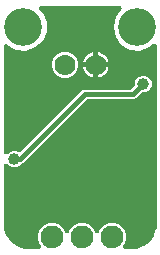
<source format=gbr>
G04 EAGLE Gerber RS-274X export*
G75*
%MOMM*%
%FSLAX34Y34*%
%LPD*%
%INBottom Copper*%
%IPPOS*%
%AMOC8*
5,1,8,0,0,1.08239X$1,22.5*%
G01*
%ADD10C,1.778000*%
%ADD11C,3.200000*%
%ADD12C,1.930400*%
%ADD13C,1.008000*%
%ADD14C,0.406400*%
%ADD15C,0.908000*%
%ADD16C,0.304800*%

G36*
X34460Y5082D02*
X34460Y5082D01*
X34469Y5081D01*
X34659Y5102D01*
X34851Y5121D01*
X34860Y5123D01*
X34869Y5124D01*
X35052Y5182D01*
X35236Y5239D01*
X35244Y5243D01*
X35253Y5246D01*
X35421Y5339D01*
X35590Y5431D01*
X35597Y5436D01*
X35605Y5441D01*
X35753Y5566D01*
X35900Y5688D01*
X35905Y5695D01*
X35912Y5701D01*
X36032Y5854D01*
X36152Y6002D01*
X36156Y6010D01*
X36162Y6017D01*
X36250Y6190D01*
X36337Y6359D01*
X36340Y6368D01*
X36344Y6376D01*
X36396Y6562D01*
X36449Y6746D01*
X36450Y6755D01*
X36452Y6764D01*
X36466Y6956D01*
X36482Y7148D01*
X36481Y7156D01*
X36481Y7165D01*
X36457Y7357D01*
X36435Y7547D01*
X36432Y7556D01*
X36431Y7565D01*
X36370Y7746D01*
X36310Y7930D01*
X36305Y7938D01*
X36303Y7946D01*
X36207Y8112D01*
X36112Y8281D01*
X36106Y8288D01*
X36102Y8295D01*
X35887Y8548D01*
X35814Y8621D01*
X34035Y12916D01*
X34035Y17564D01*
X35814Y21859D01*
X39101Y25146D01*
X40080Y25551D01*
X43396Y26925D01*
X48044Y26925D01*
X52339Y25146D01*
X55626Y21859D01*
X56543Y19644D01*
X56548Y19636D01*
X56550Y19627D01*
X56642Y19460D01*
X56734Y19289D01*
X56739Y19282D01*
X56744Y19274D01*
X56867Y19127D01*
X56990Y18978D01*
X56997Y18973D01*
X57003Y18966D01*
X57153Y18846D01*
X57303Y18725D01*
X57311Y18721D01*
X57317Y18715D01*
X57488Y18627D01*
X57659Y18538D01*
X57668Y18535D01*
X57676Y18531D01*
X57859Y18479D01*
X58045Y18425D01*
X58055Y18424D01*
X58063Y18421D01*
X58254Y18407D01*
X58447Y18390D01*
X58456Y18391D01*
X58464Y18390D01*
X58654Y18413D01*
X58847Y18435D01*
X58855Y18438D01*
X58864Y18439D01*
X59045Y18499D01*
X59230Y18558D01*
X59238Y18563D01*
X59246Y18565D01*
X59414Y18661D01*
X59581Y18755D01*
X59588Y18760D01*
X59596Y18765D01*
X59741Y18891D01*
X59887Y19016D01*
X59893Y19024D01*
X59900Y19029D01*
X60017Y19182D01*
X60136Y19333D01*
X60140Y19342D01*
X60145Y19349D01*
X60297Y19644D01*
X61214Y21859D01*
X64501Y25146D01*
X65480Y25551D01*
X68796Y26925D01*
X73444Y26925D01*
X77739Y25146D01*
X81026Y21859D01*
X81943Y19644D01*
X81948Y19636D01*
X81950Y19627D01*
X82042Y19460D01*
X82134Y19289D01*
X82139Y19282D01*
X82144Y19274D01*
X82267Y19127D01*
X82390Y18978D01*
X82397Y18973D01*
X82403Y18966D01*
X82553Y18846D01*
X82703Y18725D01*
X82711Y18721D01*
X82717Y18715D01*
X82888Y18627D01*
X83059Y18538D01*
X83068Y18535D01*
X83076Y18531D01*
X83259Y18479D01*
X83445Y18425D01*
X83455Y18424D01*
X83463Y18421D01*
X83654Y18407D01*
X83847Y18390D01*
X83856Y18391D01*
X83864Y18390D01*
X84054Y18413D01*
X84247Y18435D01*
X84255Y18438D01*
X84264Y18439D01*
X84445Y18499D01*
X84630Y18558D01*
X84638Y18563D01*
X84646Y18565D01*
X84814Y18661D01*
X84981Y18755D01*
X84988Y18760D01*
X84996Y18765D01*
X85141Y18891D01*
X85287Y19016D01*
X85293Y19024D01*
X85300Y19029D01*
X85417Y19182D01*
X85536Y19333D01*
X85540Y19342D01*
X85545Y19349D01*
X85697Y19644D01*
X86614Y21859D01*
X89901Y25146D01*
X90880Y25551D01*
X94196Y26925D01*
X98844Y26925D01*
X103139Y25146D01*
X106426Y21859D01*
X108205Y17564D01*
X108205Y12916D01*
X106426Y8621D01*
X106353Y8548D01*
X106347Y8541D01*
X106340Y8536D01*
X106220Y8386D01*
X106098Y8237D01*
X106094Y8229D01*
X106088Y8222D01*
X106000Y8052D01*
X105909Y7881D01*
X105907Y7873D01*
X105903Y7865D01*
X105849Y7679D01*
X105795Y7495D01*
X105794Y7486D01*
X105791Y7478D01*
X105776Y7286D01*
X105758Y7094D01*
X105759Y7085D01*
X105758Y7076D01*
X105781Y6886D01*
X105802Y6694D01*
X105804Y6685D01*
X105805Y6677D01*
X105865Y6494D01*
X105923Y6310D01*
X105927Y6302D01*
X105930Y6294D01*
X106025Y6127D01*
X106118Y5958D01*
X106124Y5951D01*
X106128Y5943D01*
X106253Y5798D01*
X106378Y5651D01*
X106385Y5645D01*
X106391Y5638D01*
X106544Y5520D01*
X106694Y5401D01*
X106702Y5397D01*
X106709Y5392D01*
X106882Y5306D01*
X107053Y5219D01*
X107062Y5216D01*
X107070Y5212D01*
X107257Y5162D01*
X107441Y5111D01*
X107450Y5110D01*
X107459Y5108D01*
X107789Y5081D01*
X114300Y5081D01*
X114366Y5087D01*
X114459Y5087D01*
X117320Y5312D01*
X117393Y5325D01*
X117466Y5329D01*
X117631Y5368D01*
X117717Y5383D01*
X117747Y5396D01*
X117789Y5405D01*
X123230Y7173D01*
X123370Y7235D01*
X123513Y7289D01*
X123560Y7318D01*
X123599Y7335D01*
X123669Y7385D01*
X123797Y7462D01*
X128426Y10825D01*
X128540Y10927D01*
X128659Y11023D01*
X128695Y11065D01*
X128726Y11093D01*
X128778Y11162D01*
X128875Y11274D01*
X132238Y15903D01*
X132315Y16035D01*
X132399Y16164D01*
X132420Y16214D01*
X132441Y16251D01*
X132469Y16332D01*
X132527Y16470D01*
X134295Y21911D01*
X134310Y21983D01*
X134335Y22052D01*
X134362Y22220D01*
X134381Y22305D01*
X134381Y22338D01*
X134388Y22380D01*
X134613Y25241D01*
X134612Y25307D01*
X134619Y25400D01*
X134619Y176866D01*
X134604Y177023D01*
X134595Y177180D01*
X134584Y177223D01*
X134579Y177267D01*
X134533Y177417D01*
X134494Y177569D01*
X134474Y177609D01*
X134461Y177652D01*
X134386Y177790D01*
X134318Y177932D01*
X134291Y177967D01*
X134269Y178006D01*
X134169Y178126D01*
X134074Y178252D01*
X134040Y178281D01*
X134012Y178315D01*
X133889Y178414D01*
X133771Y178518D01*
X133733Y178540D01*
X133698Y178568D01*
X133558Y178640D01*
X133422Y178718D01*
X133380Y178733D01*
X133341Y178753D01*
X133190Y178796D01*
X133040Y178847D01*
X132996Y178852D01*
X132954Y178864D01*
X132797Y178877D01*
X132641Y178897D01*
X132597Y178894D01*
X132552Y178897D01*
X132396Y178879D01*
X132239Y178867D01*
X132197Y178856D01*
X132153Y178850D01*
X132003Y178802D01*
X131852Y178759D01*
X131812Y178739D01*
X131770Y178726D01*
X131633Y178648D01*
X131493Y178577D01*
X131453Y178547D01*
X131419Y178528D01*
X131353Y178471D01*
X131229Y178376D01*
X128168Y175620D01*
X120213Y173035D01*
X111894Y173909D01*
X104650Y178091D01*
X99734Y184858D01*
X97995Y193040D01*
X99734Y201222D01*
X104364Y207594D01*
X104389Y207638D01*
X104421Y207678D01*
X104491Y207811D01*
X104567Y207942D01*
X104583Y207990D01*
X104607Y208035D01*
X104648Y208180D01*
X104697Y208322D01*
X104704Y208373D01*
X104718Y208422D01*
X104731Y208572D01*
X104750Y208722D01*
X104747Y208773D01*
X104751Y208824D01*
X104734Y208973D01*
X104724Y209123D01*
X104710Y209173D01*
X104704Y209223D01*
X104658Y209367D01*
X104618Y209512D01*
X104595Y209558D01*
X104579Y209606D01*
X104505Y209737D01*
X104438Y209872D01*
X104407Y209912D01*
X104382Y209957D01*
X104283Y210071D01*
X104191Y210190D01*
X104152Y210223D01*
X104118Y210262D01*
X103999Y210354D01*
X103885Y210452D01*
X103841Y210477D01*
X103800Y210508D01*
X103665Y210575D01*
X103534Y210649D01*
X103486Y210665D01*
X103440Y210688D01*
X103294Y210727D01*
X103151Y210773D01*
X103100Y210779D01*
X103051Y210792D01*
X102820Y210811D01*
X102751Y210819D01*
X102737Y210818D01*
X102720Y210819D01*
X36541Y210819D01*
X36479Y210813D01*
X36417Y210815D01*
X36279Y210793D01*
X36140Y210779D01*
X36081Y210761D01*
X36019Y210751D01*
X35889Y210702D01*
X35755Y210661D01*
X35701Y210632D01*
X35642Y210610D01*
X35524Y210536D01*
X35401Y210469D01*
X35353Y210430D01*
X35301Y210397D01*
X35199Y210301D01*
X35092Y210212D01*
X35053Y210163D01*
X35008Y210121D01*
X34927Y210007D01*
X34840Y209898D01*
X34811Y209843D01*
X34775Y209792D01*
X34718Y209664D01*
X34654Y209541D01*
X34637Y209481D01*
X34612Y209424D01*
X34581Y209288D01*
X34543Y209154D01*
X34538Y209092D01*
X34524Y209031D01*
X34521Y208892D01*
X34510Y208752D01*
X34517Y208691D01*
X34516Y208628D01*
X34540Y208491D01*
X34557Y208353D01*
X34576Y208293D01*
X34587Y208232D01*
X34638Y208103D01*
X34682Y207970D01*
X34712Y207916D01*
X34735Y207858D01*
X34811Y207741D01*
X34879Y207619D01*
X34920Y207572D01*
X34954Y207520D01*
X35088Y207378D01*
X35143Y207315D01*
X35161Y207300D01*
X35182Y207278D01*
X37864Y204863D01*
X41266Y197222D01*
X41266Y188858D01*
X37864Y181216D01*
X31648Y175620D01*
X23693Y173035D01*
X15374Y173909D01*
X8128Y178093D01*
X7994Y178153D01*
X7865Y178220D01*
X7811Y178236D01*
X7761Y178259D01*
X7618Y178291D01*
X7478Y178332D01*
X7422Y178336D01*
X7368Y178349D01*
X7222Y178353D01*
X7076Y178365D01*
X7021Y178358D01*
X6966Y178360D01*
X6821Y178335D01*
X6677Y178318D01*
X6624Y178301D01*
X6569Y178291D01*
X6433Y178238D01*
X6294Y178193D01*
X6245Y178166D01*
X6194Y178146D01*
X6071Y178067D01*
X5943Y177995D01*
X5901Y177959D01*
X5854Y177929D01*
X5749Y177827D01*
X5638Y177732D01*
X5604Y177688D01*
X5564Y177650D01*
X5481Y177529D01*
X5392Y177414D01*
X5367Y177364D01*
X5335Y177318D01*
X5277Y177184D01*
X5212Y177053D01*
X5198Y177000D01*
X5176Y176949D01*
X5146Y176806D01*
X5108Y176665D01*
X5103Y176602D01*
X5093Y176555D01*
X5092Y176471D01*
X5081Y176334D01*
X5081Y87297D01*
X5082Y87288D01*
X5081Y87279D01*
X5102Y87087D01*
X5121Y86896D01*
X5123Y86888D01*
X5124Y86879D01*
X5182Y86696D01*
X5239Y86511D01*
X5243Y86503D01*
X5246Y86495D01*
X5339Y86327D01*
X5431Y86157D01*
X5436Y86151D01*
X5441Y86143D01*
X5566Y85995D01*
X5688Y85848D01*
X5695Y85843D01*
X5701Y85836D01*
X5853Y85716D01*
X6002Y85596D01*
X6010Y85592D01*
X6017Y85586D01*
X6189Y85499D01*
X6359Y85410D01*
X6368Y85408D01*
X6376Y85404D01*
X6562Y85352D01*
X6746Y85299D01*
X6755Y85298D01*
X6764Y85296D01*
X6956Y85282D01*
X7148Y85266D01*
X7156Y85267D01*
X7165Y85266D01*
X7358Y85291D01*
X7547Y85313D01*
X7556Y85316D01*
X7565Y85317D01*
X7748Y85378D01*
X7930Y85438D01*
X7938Y85442D01*
X7946Y85445D01*
X8112Y85540D01*
X8281Y85636D01*
X8288Y85642D01*
X8295Y85646D01*
X8548Y85861D01*
X9964Y87276D01*
X12563Y88353D01*
X15377Y88353D01*
X17657Y87408D01*
X17678Y87402D01*
X17698Y87392D01*
X17870Y87344D01*
X18042Y87292D01*
X18064Y87290D01*
X18086Y87284D01*
X18265Y87271D01*
X18443Y87254D01*
X18465Y87256D01*
X18487Y87254D01*
X18665Y87277D01*
X18843Y87295D01*
X18865Y87302D01*
X18887Y87305D01*
X19056Y87362D01*
X19228Y87415D01*
X19247Y87426D01*
X19268Y87433D01*
X19424Y87522D01*
X19581Y87609D01*
X19598Y87623D01*
X19617Y87634D01*
X19870Y87849D01*
X69928Y137907D01*
X71358Y139336D01*
X72851Y139955D01*
X111775Y139955D01*
X111802Y139957D01*
X111828Y139955D01*
X112002Y139977D01*
X112176Y139995D01*
X112201Y140002D01*
X112228Y140006D01*
X112393Y140061D01*
X112560Y140113D01*
X112584Y140126D01*
X112609Y140134D01*
X112761Y140221D01*
X112915Y140305D01*
X112935Y140322D01*
X112958Y140335D01*
X113211Y140550D01*
X115522Y142861D01*
X115539Y142881D01*
X115560Y142899D01*
X115667Y143037D01*
X115777Y143172D01*
X115790Y143196D01*
X115806Y143217D01*
X115884Y143374D01*
X115966Y143528D01*
X115974Y143553D01*
X115986Y143578D01*
X116031Y143747D01*
X116081Y143914D01*
X116083Y143940D01*
X116090Y143966D01*
X116117Y144297D01*
X116117Y146187D01*
X117194Y148786D01*
X119184Y150776D01*
X121783Y151853D01*
X124597Y151853D01*
X127196Y150776D01*
X129186Y148786D01*
X130263Y146187D01*
X130263Y143373D01*
X129186Y140774D01*
X127196Y138784D01*
X124597Y137707D01*
X122707Y137707D01*
X122680Y137705D01*
X122654Y137707D01*
X122480Y137685D01*
X122306Y137667D01*
X122281Y137660D01*
X122254Y137656D01*
X122089Y137601D01*
X121922Y137549D01*
X121898Y137536D01*
X121873Y137528D01*
X121721Y137441D01*
X121567Y137357D01*
X121547Y137340D01*
X121524Y137327D01*
X121271Y137112D01*
X116602Y132444D01*
X115109Y131825D01*
X76185Y131825D01*
X76158Y131823D01*
X76132Y131825D01*
X75958Y131803D01*
X75784Y131785D01*
X75759Y131778D01*
X75732Y131774D01*
X75567Y131719D01*
X75400Y131667D01*
X75376Y131654D01*
X75351Y131646D01*
X75199Y131559D01*
X75045Y131475D01*
X75025Y131458D01*
X75002Y131445D01*
X74749Y131230D01*
X21353Y77834D01*
X20316Y77405D01*
X20288Y77390D01*
X20258Y77380D01*
X20111Y77295D01*
X19961Y77214D01*
X19937Y77195D01*
X19910Y77179D01*
X19657Y76964D01*
X17976Y75284D01*
X15377Y74207D01*
X12563Y74207D01*
X9964Y75284D01*
X8548Y76699D01*
X8541Y76705D01*
X8536Y76712D01*
X8386Y76832D01*
X8237Y76954D01*
X8229Y76959D01*
X8222Y76964D01*
X8052Y77053D01*
X7881Y77143D01*
X7872Y77146D01*
X7865Y77150D01*
X7680Y77203D01*
X7495Y77258D01*
X7486Y77259D01*
X7478Y77261D01*
X7287Y77277D01*
X7094Y77294D01*
X7085Y77293D01*
X7076Y77294D01*
X6887Y77272D01*
X6694Y77251D01*
X6685Y77248D01*
X6677Y77247D01*
X6495Y77188D01*
X6310Y77129D01*
X6302Y77125D01*
X6294Y77122D01*
X6127Y77028D01*
X5958Y76935D01*
X5951Y76929D01*
X5943Y76924D01*
X5798Y76799D01*
X5651Y76674D01*
X5645Y76667D01*
X5638Y76661D01*
X5522Y76511D01*
X5401Y76358D01*
X5397Y76350D01*
X5392Y76343D01*
X5306Y76172D01*
X5219Y75999D01*
X5216Y75991D01*
X5212Y75983D01*
X5162Y75797D01*
X5111Y75611D01*
X5110Y75602D01*
X5108Y75594D01*
X5081Y75263D01*
X5081Y25400D01*
X5083Y25376D01*
X5082Y25358D01*
X5087Y25310D01*
X5087Y25241D01*
X5312Y22380D01*
X5325Y22307D01*
X5329Y22234D01*
X5368Y22069D01*
X5383Y21984D01*
X5396Y21953D01*
X5405Y21911D01*
X7173Y16470D01*
X7235Y16330D01*
X7289Y16187D01*
X7318Y16140D01*
X7335Y16101D01*
X7385Y16031D01*
X7462Y15903D01*
X10825Y11274D01*
X10927Y11160D01*
X11023Y11041D01*
X11065Y11005D01*
X11093Y10974D01*
X11162Y10922D01*
X11274Y10825D01*
X15903Y7462D01*
X15950Y7435D01*
X15965Y7423D01*
X15999Y7406D01*
X16035Y7385D01*
X16164Y7301D01*
X16214Y7280D01*
X16251Y7259D01*
X16332Y7231D01*
X16470Y7173D01*
X21911Y5405D01*
X21983Y5390D01*
X22052Y5365D01*
X22220Y5338D01*
X22305Y5319D01*
X22338Y5319D01*
X22380Y5312D01*
X25241Y5087D01*
X25307Y5088D01*
X25400Y5081D01*
X34451Y5081D01*
X34460Y5082D01*
G37*
%LPC*%
G36*
X54677Y150047D02*
X54677Y150047D01*
X50663Y151710D01*
X47590Y154783D01*
X45927Y158797D01*
X45927Y163143D01*
X47590Y167157D01*
X50663Y170230D01*
X54677Y171893D01*
X59023Y171893D01*
X63037Y170230D01*
X66110Y167157D01*
X67773Y163143D01*
X67773Y158797D01*
X66110Y154783D01*
X63037Y151710D01*
X59023Y150047D01*
X54677Y150047D01*
G37*
%LPD*%
%LPC*%
G36*
X84881Y163001D02*
X84881Y163001D01*
X84881Y171707D01*
X85408Y171624D01*
X87043Y171092D01*
X88575Y170312D01*
X89966Y169301D01*
X91181Y168086D01*
X92192Y166695D01*
X92972Y165163D01*
X93504Y163528D01*
X93587Y163001D01*
X84881Y163001D01*
G37*
%LPD*%
%LPC*%
G36*
X72113Y163001D02*
X72113Y163001D01*
X72196Y163528D01*
X72728Y165163D01*
X73508Y166695D01*
X74519Y168086D01*
X75734Y169301D01*
X77125Y170312D01*
X78657Y171092D01*
X80292Y171624D01*
X80819Y171707D01*
X80819Y163001D01*
X72113Y163001D01*
G37*
%LPD*%
%LPC*%
G36*
X84881Y158939D02*
X84881Y158939D01*
X93587Y158939D01*
X93504Y158412D01*
X92972Y156777D01*
X92192Y155245D01*
X91181Y153854D01*
X89966Y152639D01*
X88575Y151628D01*
X87043Y150848D01*
X85408Y150316D01*
X84881Y150233D01*
X84881Y158939D01*
G37*
%LPD*%
%LPC*%
G36*
X80292Y150316D02*
X80292Y150316D01*
X78657Y150848D01*
X77125Y151628D01*
X75734Y152639D01*
X74519Y153854D01*
X73508Y155245D01*
X72728Y156777D01*
X72196Y158412D01*
X72113Y158939D01*
X80819Y158939D01*
X80819Y150233D01*
X80292Y150316D01*
G37*
%LPD*%
D10*
X56850Y160970D03*
X82850Y160970D03*
D11*
X21590Y193040D03*
X118110Y193040D03*
D12*
X45720Y15240D03*
X71120Y15240D03*
X96520Y15240D03*
D13*
X13970Y81280D03*
D14*
X19050Y81280D01*
X73660Y135890D01*
X114300Y135890D01*
X123190Y144780D01*
D13*
X123190Y144780D03*
D15*
X50800Y85090D03*
D13*
X49530Y125730D03*
D14*
X49530Y128270D01*
D13*
X127000Y125730D03*
D16*
X130810Y125730D01*
M02*

</source>
